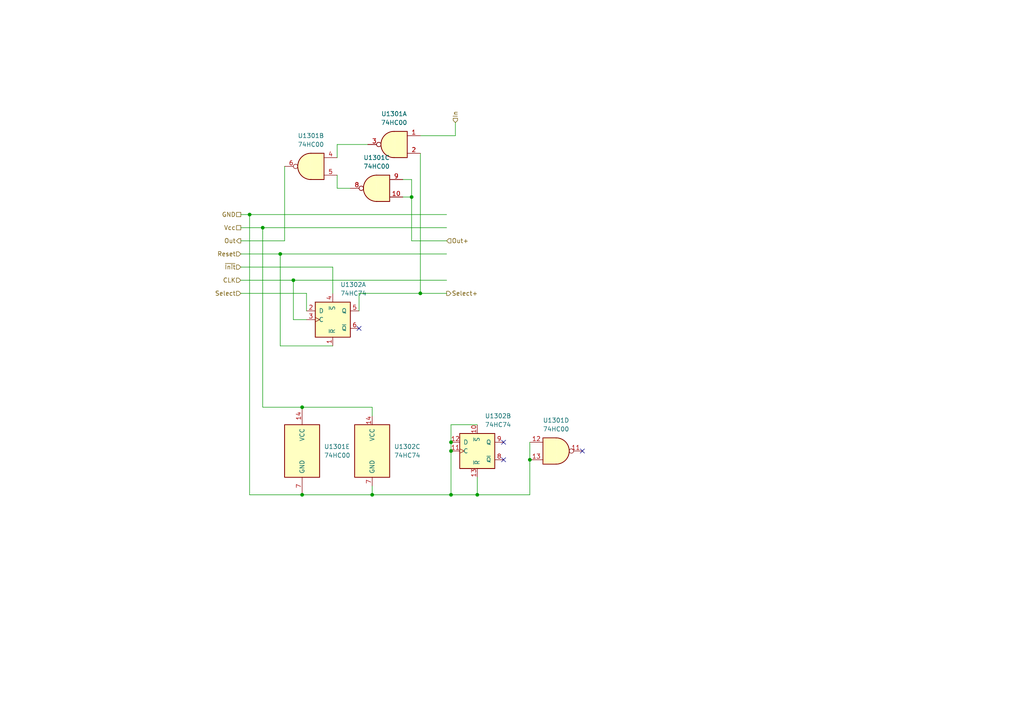
<source format=kicad_sch>
(kicad_sch (version 20231120) (generator "eeschema") (generator_version "8.0")
  (paper "A4")
  (title_block (title "SelectorDaisy") (comment 1 "When daisy chained, each selected outputs are accumlated by OR.") (comment 2 "CLK to update selection.") (comment 3 "Outputs input if selected."))
  (lib_symbols
    (symbol "74xx:74HC00" (pin_names (offset 1.016))
      (property "Reference" "U" (at 0 1.27 0))
      (property "Value" "74HC00" (at 0 -1.27 0))
      (symbol "74HC00_1_1"
        (arc (start 0 -3.81) (mid 3.7934 0) (end 0 3.81) (stroke (width 0.254)) (fill (type background)))
        (polyline (pts (xy 0 3.81) (xy -3.81 3.81) (xy -3.81 -3.81) (xy 0 -3.81)) (stroke (width 0.254)) (fill (type background)))
        (pin input line (at -7.62 2.54 0) (length 3.81) (name "~") (number "1"))
        (pin input line (at -7.62 -2.54 0) (length 3.81) (name "~") (number "2"))
        (pin output inverted (at 7.62 0 180) (length 3.81) (name "~") (number "3"))
      )
      (symbol "74HC00_1_2"
        (arc (start -3.81 -3.81) (mid -2.589 0) (end -3.81 3.81) (stroke (width 0.254)))
        (arc (start -0.6096 -3.81) (mid 2.1842 -2.5851) (end 3.81 0) (stroke (width 0.254)) (fill (type background)))
        (polyline (pts (xy -3.81 -3.81) (xy -0.635 -3.81)) (stroke (width 0.254)) (fill (type background)))
        (polyline (pts (xy -3.81 3.81) (xy -0.635 3.81)) (stroke (width 0.254)) (fill (type background)))
        (polyline (pts (xy -0.635 3.81) (xy -3.81 3.81) (xy -3.81 3.81) (xy -3.556 3.4036) (xy -3.0226 2.2606) (xy -2.6924 1.0414) (xy -2.6162 -0.254) (xy -2.7686 -1.4986) (xy -3.175 -2.7178) (xy -3.81 -3.81) (xy -3.81 -3.81) (xy -0.635 -3.81)) (stroke (width -25.4)) (fill (type background)))
        (arc (start 3.81 0) (mid 2.1915 2.5936) (end -0.6096 3.81) (stroke (width 0.254)) (fill (type background)))
        (pin input inverted (at -7.62 2.54 0) (length 4.318) (name "~") (number "1"))
        (pin input inverted (at -7.62 -2.54 0) (length 4.318) (name "~") (number "2"))
        (pin output line (at 7.62 0 180) (length 3.81) (name "~") (number "3"))
      )
      (symbol "74HC00_2_1"
        (arc (start 0 -3.81) (mid 3.7934 0) (end 0 3.81) (stroke (width 0.254)) (fill (type background)))
        (polyline (pts (xy 0 3.81) (xy -3.81 3.81) (xy -3.81 -3.81) (xy 0 -3.81)) (stroke (width 0.254)) (fill (type background)))
        (pin input line (at -7.62 2.54 0) (length 3.81) (name "~") (number "4"))
        (pin input line (at -7.62 -2.54 0) (length 3.81) (name "~") (number "5"))
        (pin output inverted (at 7.62 0 180) (length 3.81) (name "~") (number "6"))
      )
      (symbol "74HC00_2_2"
        (arc (start -3.81 -3.81) (mid -2.589 0) (end -3.81 3.81) (stroke (width 0.254)))
        (arc (start -0.6096 -3.81) (mid 2.1842 -2.5851) (end 3.81 0) (stroke (width 0.254)) (fill (type background)))
        (polyline (pts (xy -3.81 -3.81) (xy -0.635 -3.81)) (stroke (width 0.254)) (fill (type background)))
        (polyline (pts (xy -3.81 3.81) (xy -0.635 3.81)) (stroke (width 0.254)) (fill (type background)))
        (polyline (pts (xy -0.635 3.81) (xy -3.81 3.81) (xy -3.81 3.81) (xy -3.556 3.4036) (xy -3.0226 2.2606) (xy -2.6924 1.0414) (xy -2.6162 -0.254) (xy -2.7686 -1.4986) (xy -3.175 -2.7178) (xy -3.81 -3.81) (xy -3.81 -3.81) (xy -0.635 -3.81)) (stroke (width -25.4)) (fill (type background)))
        (arc (start 3.81 0) (mid 2.1915 2.5936) (end -0.6096 3.81) (stroke (width 0.254)) (fill (type background)))
        (pin input inverted (at -7.62 2.54 0) (length 4.318) (name "~") (number "4"))
        (pin input inverted (at -7.62 -2.54 0) (length 4.318) (name "~") (number "5"))
        (pin output line (at 7.62 0 180) (length 3.81) (name "~") (number "6"))
      )
      (symbol "74HC00_3_1"
        (arc (start 0 -3.81) (mid 3.7934 0) (end 0 3.81) (stroke (width 0.254)) (fill (type background)))
        (polyline (pts (xy 0 3.81) (xy -3.81 3.81) (xy -3.81 -3.81) (xy 0 -3.81)) (stroke (width 0.254)) (fill (type background)))
        (pin input line (at -7.62 -2.54 0) (length 3.81) (name "~") (number "10"))
        (pin output inverted (at 7.62 0 180) (length 3.81) (name "~") (number "8"))
        (pin input line (at -7.62 2.54 0) (length 3.81) (name "~") (number "9"))
      )
      (symbol "74HC00_3_2"
        (arc (start -3.81 -3.81) (mid -2.589 0) (end -3.81 3.81) (stroke (width 0.254)))
        (arc (start -0.6096 -3.81) (mid 2.1842 -2.5851) (end 3.81 0) (stroke (width 0.254)) (fill (type background)))
        (polyline (pts (xy -3.81 -3.81) (xy -0.635 -3.81)) (stroke (width 0.254)) (fill (type background)))
        (polyline (pts (xy -3.81 3.81) (xy -0.635 3.81)) (stroke (width 0.254)) (fill (type background)))
        (polyline (pts (xy -0.635 3.81) (xy -3.81 3.81) (xy -3.81 3.81) (xy -3.556 3.4036) (xy -3.0226 2.2606) (xy -2.6924 1.0414) (xy -2.6162 -0.254) (xy -2.7686 -1.4986) (xy -3.175 -2.7178) (xy -3.81 -3.81) (xy -3.81 -3.81) (xy -0.635 -3.81)) (stroke (width -25.4)) (fill (type background)))
        (arc (start 3.81 0) (mid 2.1915 2.5936) (end -0.6096 3.81) (stroke (width 0.254)) (fill (type background)))
        (pin input inverted (at -7.62 -2.54 0) (length 4.318) (name "~") (number "10"))
        (pin output line (at 7.62 0 180) (length 3.81) (name "~") (number "8"))
        (pin input inverted (at -7.62 2.54 0) (length 4.318) (name "~") (number "9"))
      )
      (symbol "74HC00_4_1"
        (arc (start 0 -3.81) (mid 3.7934 0) (end 0 3.81) (stroke (width 0.254)) (fill (type background)))
        (polyline (pts (xy 0 3.81) (xy -3.81 3.81) (xy -3.81 -3.81) (xy 0 -3.81)) (stroke (width 0.254)) (fill (type background)))
        (pin output inverted (at 7.62 0 180) (length 3.81) (name "~") (number "11"))
        (pin input line (at -7.62 2.54 0) (length 3.81) (name "~") (number "12"))
        (pin input line (at -7.62 -2.54 0) (length 3.81) (name "~") (number "13"))
      )
      (symbol "74HC00_4_2"
        (arc (start -3.81 -3.81) (mid -2.589 0) (end -3.81 3.81) (stroke (width 0.254)))
        (arc (start -0.6096 -3.81) (mid 2.1842 -2.5851) (end 3.81 0) (stroke (width 0.254)) (fill (type background)))
        (polyline (pts (xy -3.81 -3.81) (xy -0.635 -3.81)) (stroke (width 0.254)) (fill (type background)))
        (polyline (pts (xy -3.81 3.81) (xy -0.635 3.81)) (stroke (width 0.254)) (fill (type background)))
        (polyline (pts (xy -0.635 3.81) (xy -3.81 3.81) (xy -3.81 3.81) (xy -3.556 3.4036) (xy -3.0226 2.2606) (xy -2.6924 1.0414) (xy -2.6162 -0.254) (xy -2.7686 -1.4986) (xy -3.175 -2.7178) (xy -3.81 -3.81) (xy -3.81 -3.81) (xy -0.635 -3.81)) (stroke (width -25.4)) (fill (type background)))
        (arc (start 3.81 0) (mid 2.1915 2.5936) (end -0.6096 3.81) (stroke (width 0.254)) (fill (type background)))
        (pin output line (at 7.62 0 180) (length 3.81) (name "~") (number "11"))
        (pin input inverted (at -7.62 2.54 0) (length 4.318) (name "~") (number "12"))
        (pin input inverted (at -7.62 -2.54 0) (length 4.318) (name "~") (number "13"))
      )
      (symbol "74HC00_5_0"
        (pin power_in line (at 0 12.7 270) (length 5.08) (name "VCC") (number "14"))
        (pin power_in line (at 0 -12.7 90) (length 5.08) (name "GND") (number "7"))
      )
      (symbol "74HC00_5_1"
        (rectangle (start -5.08 7.62) (end 5.08 -7.62) (stroke (width 0.254)) (fill (type background)))
      )
    )
    (symbol "74xx:74HC74" (pin_names (offset 1.016))
      (property "Reference" "U" (at -7.62 8.89 0))
      (property "Value" "74HC74" (at -7.62 -8.89 0))
      (symbol "74HC74_1_0"
        (pin input line (at 0 -7.62 90) (length 2.54) (name "~{R}") (number "1"))
        (pin input line (at -7.62 2.54 0) (length 2.54) (name "D") (number "2"))
        (pin input clock (at -7.62 0 0) (length 2.54) (name "C") (number "3"))
        (pin input line (at 0 7.62 270) (length 2.54) (name "~{S}") (number "4"))
        (pin output line (at 7.62 2.54 180) (length 2.54) (name "Q") (number "5"))
        (pin output line (at 7.62 -2.54 180) (length 2.54) (name "~{Q}") (number "6"))
      )
      (symbol "74HC74_1_1"
        (rectangle (start -5.08 5.08) (end 5.08 -5.08) (stroke (width 0.254)) (fill (type background)))
      )
      (symbol "74HC74_2_0"
        (pin input line (at 0 7.62 270) (length 2.54) (name "~{S}") (number "10"))
        (pin input clock (at -7.62 0 0) (length 2.54) (name "C") (number "11"))
        (pin input line (at -7.62 2.54 0) (length 2.54) (name "D") (number "12"))
        (pin input line (at 0 -7.62 90) (length 2.54) (name "~{R}") (number "13"))
        (pin output line (at 7.62 -2.54 180) (length 2.54) (name "~{Q}") (number "8"))
        (pin output line (at 7.62 2.54 180) (length 2.54) (name "Q") (number "9"))
      )
      (symbol "74HC74_2_1"
        (rectangle (start -5.08 5.08) (end 5.08 -5.08) (stroke (width 0.254)) (fill (type background)))
      )
      (symbol "74HC74_3_0"
        (pin power_in line (at 0 10.16 270) (length 2.54) (name "VCC") (number "14"))
        (pin power_in line (at 0 -10.16 90) (length 2.54) (name "GND") (number "7"))
      )
      (symbol "74HC74_3_1"
        (rectangle (start -5.08 7.62) (end 5.08 -7.62) (stroke (width 0.254)) (fill (type background)))
      )
    )
  )
  (junction (at 130.81 128.27))
  (junction (at 72.39 62.23))
  (junction (at 119.38 57.15))
  (junction (at 81.28 73.66))
  (junction (at 87.63 143.51))
  (junction (at 138.43 143.51))
  (junction (at 121.92 85.09))
  (junction (at 76.2 66.04))
  (junction (at 130.81 143.51))
  (junction (at 130.81 130.81))
  (junction (at 87.63 118.11))
  (junction (at 85.09 81.28))
  (junction (at 107.95 143.51))
  (junction (at 153.67 133.35))
  (no_connect (at 104.14 95.25))
  (no_connect (at 168.91 130.81))
  (no_connect (at 146.05 128.27))
  (no_connect (at 146.05 133.35))
  (wire (pts (xy 119.38 57.15) (xy 119.38 69.85)))
  (wire (pts (xy 97.79 54.61) (xy 101.6 54.61)))
  (wire (pts (xy 121.92 39.37) (xy 132.08 39.37)))
  (wire (pts (xy 97.79 41.91) (xy 97.79 45.72)))
  (wire (pts (xy 69.85 73.66) (xy 81.28 73.66)))
  (wire (pts (xy 130.81 143.51) (xy 107.95 143.51)))
  (wire (pts (xy 107.95 120.65) (xy 107.95 118.11)))
  (wire (pts (xy 104.14 85.09) (xy 104.14 90.17)))
  (wire (pts (xy 85.09 81.28) (xy 129.54 81.28)))
  (wire (pts (xy 130.81 143.51) (xy 138.43 143.51)))
  (wire (pts (xy 132.08 39.37) (xy 132.08 35.56)))
  (wire (pts (xy 69.85 81.28) (xy 85.09 81.28)))
  (wire (pts (xy 88.9 85.09) (xy 88.9 90.17)))
  (wire (pts (xy 72.39 62.23) (xy 129.54 62.23)))
  (wire (pts (xy 72.39 143.51) (xy 87.63 143.51)))
  (wire (pts (xy 76.2 66.04) (xy 129.54 66.04)))
  (wire (pts (xy 138.43 123.19) (xy 130.81 123.19)))
  (wire (pts (xy 85.09 81.28) (xy 85.09 92.71)))
  (wire (pts (xy 87.63 118.11) (xy 107.95 118.11)))
  (wire (pts (xy 138.43 138.43) (xy 138.43 143.51)))
  (wire (pts (xy 87.63 143.51) (xy 107.95 143.51)))
  (wire (pts (xy 130.81 130.81) (xy 130.81 143.51)))
  (wire (pts (xy 76.2 118.11) (xy 76.2 66.04)))
  (wire (pts (xy 106.68 41.91) (xy 97.79 41.91)))
  (wire (pts (xy 96.52 100.33) (xy 81.28 100.33)))
  (wire (pts (xy 116.84 52.07) (xy 119.38 52.07)))
  (wire (pts (xy 121.92 85.09) (xy 104.14 85.09)))
  (wire (pts (xy 82.55 48.26) (xy 82.55 69.85)))
  (wire (pts (xy 153.67 143.51) (xy 153.67 133.35)))
  (wire (pts (xy 69.85 85.09) (xy 88.9 85.09)))
  (wire (pts (xy 69.85 62.23) (xy 72.39 62.23)))
  (wire (pts (xy 88.9 92.71) (xy 85.09 92.71)))
  (wire (pts (xy 119.38 52.07) (xy 119.38 57.15)))
  (wire (pts (xy 97.79 50.8) (xy 97.79 54.61)))
  (wire (pts (xy 121.92 44.45) (xy 121.92 85.09)))
  (wire (pts (xy 119.38 69.85) (xy 129.54 69.85)))
  (wire (pts (xy 116.84 57.15) (xy 119.38 57.15)))
  (wire (pts (xy 69.85 77.47) (xy 96.52 77.47)))
  (wire (pts (xy 76.2 118.11) (xy 87.63 118.11)))
  (wire (pts (xy 130.81 123.19) (xy 130.81 128.27)))
  (wire (pts (xy 121.92 85.09) (xy 129.54 85.09)))
  (wire (pts (xy 153.67 133.35) (xy 153.67 128.27)))
  (wire (pts (xy 138.43 143.51) (xy 153.67 143.51)))
  (wire (pts (xy 130.81 128.27) (xy 130.81 130.81)))
  (wire (pts (xy 107.95 143.51) (xy 107.95 140.97)))
  (wire (pts (xy 72.39 62.23) (xy 72.39 143.51)))
  (wire (pts (xy 81.28 73.66) (xy 129.54 73.66)))
  (wire (pts (xy 81.28 73.66) (xy 81.28 100.33)))
  (wire (pts (xy 69.85 69.85) (xy 82.55 69.85)))
  (wire (pts (xy 96.52 77.47) (xy 96.52 85.09)))
  (wire (pts (xy 69.85 66.04) (xy 76.2 66.04)))
  (hierarchical_label "Out" (shape output) (at 69.85 69.85 180))
  (hierarchical_label "Reset" (shape input) (at 69.85 73.66 180))
  (hierarchical_label "In" (shape input) (at 132.08 35.56 90))
  (hierarchical_label "Select+" (shape output) (at 129.54 85.09 0))
  (hierarchical_label "CLK" (shape input) (at 69.85 81.28 180))
  (hierarchical_label "GND" (shape passive) (at 69.85 62.23 180))
  (hierarchical_label "Out+" (shape input) (at 129.54 69.85 0))
  (hierarchical_label "~{Init}" (shape input) (at 69.85 77.47 180))
  (hierarchical_label "Select" (shape input) (at 69.85 85.09 180))
  (hierarchical_label "Vcc" (shape passive) (at 69.85 66.04 180))
  (symbol (lib_id "74xx:74HC00") (at 87.63 130.81 0) (unit 5)
    (property "Reference" "U1301" (at 93.98 129.5399 0) (effects (justify left)))
    (property "Value" "74HC00" (at 93.98 132.0799 0) (effects (justify left)))
    (property "Footprint" "Package_DFN_QFN:WQFN-14-1EP_2.5x2.5mm_P0.5mm_EP1.45x1.45mm" (effects (hide yes)))
    (property "Datasheet" "http://www.ti.com/lit/gpn/sn74hc00" (effects (hide yes)))
    (property "Description" "quad 2-input NAND gate" (effects (hide yes)))
    (instances (project "KeyboardBase" (path "" (reference "U1301") (unit 5)) (path "" (reference "U901") (unit 5)) (path "" (reference "U1101") (unit 5)) (path "" (reference "U1501") (unit 5)) (path "" (reference "U301") (unit 5)) (path "" (reference "U701") (unit 5)) (path "" (reference "U501") (unit 5))))
  )
  (symbol (lib_id "74xx:74HC74") (at 107.95 130.81 0) (unit 3)
    (property "Reference" "U1302" (at 114.3 129.5399 0) (effects (justify left)))
    (property "Value" "74HC74" (at 114.3 132.0799 0) (effects (justify left)))
    (property "Footprint" "Package_DFN_QFN:WQFN-14-1EP_2.5x2.5mm_P0.5mm_EP1.45x1.45mm" (effects (hide yes)))
    (property "Datasheet" "74xx/74hc_hct74.pdf" (effects (hide yes)))
    (property "Description" "Dual D Flip-flop, Set & Reset" (effects (hide yes)))
    (instances (project "KeyboardBase" (path "" (reference "U1302") (unit 3)) (path "" (reference "U902") (unit 3)) (path "" (reference "U1102") (unit 3)) (path "" (reference "U1502") (unit 3)) (path "" (reference "U302") (unit 3)) (path "" (reference "U702") (unit 3)) (path "" (reference "U502") (unit 3))))
  )
  (symbol (lib_id "74xx:74HC00") (at 114.3 41.91 0) (mirror y) (unit 1)
    (property "Reference" "U1301" (at 114.3083 33.02 0))
    (property "Value" "74HC00" (at 114.3083 35.56 0))
    (property "Footprint" "Package_DFN_QFN:WQFN-14-1EP_2.5x2.5mm_P0.5mm_EP1.45x1.45mm" (effects (hide yes)))
    (property "Datasheet" "http://www.ti.com/lit/gpn/sn74hc00" (effects (hide yes)))
    (property "Description" "quad 2-input NAND gate" (effects (hide yes)))
    (instances (project "KeyboardBase" (path "" (reference "U1301") (unit 1)) (path "" (reference "U901") (unit 1)) (path "" (reference "U1101") (unit 1)) (path "" (reference "U1501") (unit 1)) (path "" (reference "U301") (unit 1)) (path "" (reference "U701") (unit 1)) (path "" (reference "U501") (unit 1))))
  )
  (symbol (lib_id "74xx:74HC74") (at 96.52 92.71 0) (unit 1)
    (property "Reference" "U1302" (at 98.7141 82.55 0) (effects (justify left)))
    (property "Value" "74HC74" (at 98.7141 85.09 0) (effects (justify left)))
    (property "Footprint" "Package_DFN_QFN:WQFN-14-1EP_2.5x2.5mm_P0.5mm_EP1.45x1.45mm" (effects (hide yes)))
    (property "Datasheet" "74xx/74hc_hct74.pdf" (effects (hide yes)))
    (property "Description" "Dual D Flip-flop, Set & Reset" (effects (hide yes)))
    (instances (project "KeyboardBase" (path "" (reference "U1302") (unit 1)) (path "" (reference "U902") (unit 1)) (path "" (reference "U1102") (unit 1)) (path "" (reference "U1502") (unit 1)) (path "" (reference "U302") (unit 1)) (path "" (reference "U702") (unit 1)) (path "" (reference "U502") (unit 1))))
  )
  (symbol (lib_id "74xx:74HC00") (at 161.29 130.81 0) (unit 4)
    (property "Reference" "U1301" (at 161.2817 121.92 0))
    (property "Value" "74HC00" (at 161.2817 124.46 0))
    (property "Footprint" "Package_DFN_QFN:WQFN-14-1EP_2.5x2.5mm_P0.5mm_EP1.45x1.45mm" (effects (hide yes)))
    (property "Datasheet" "http://www.ti.com/lit/gpn/sn74hc00" (effects (hide yes)))
    (property "Description" "quad 2-input NAND gate" (effects (hide yes)))
    (instances (project "KeyboardBase" (path "" (reference "U1301") (unit 4)) (path "" (reference "U901") (unit 4)) (path "" (reference "U1101") (unit 4)) (path "" (reference "U1501") (unit 4)) (path "" (reference "U301") (unit 4)) (path "" (reference "U701") (unit 4)) (path "" (reference "U501") (unit 4))))
  )
  (symbol (lib_id "74xx:74HC74") (at 138.43 130.81 0) (unit 2)
    (property "Reference" "U1302" (at 140.6241 120.65 0) (effects (justify left)))
    (property "Value" "74HC74" (at 140.6241 123.19 0) (effects (justify left)))
    (property "Footprint" "Package_DFN_QFN:WQFN-14-1EP_2.5x2.5mm_P0.5mm_EP1.45x1.45mm" (effects (hide yes)))
    (property "Datasheet" "74xx/74hc_hct74.pdf" (effects (hide yes)))
    (property "Description" "Dual D Flip-flop, Set & Reset" (effects (hide yes)))
    (instances (project "KeyboardBase" (path "" (reference "U1302") (unit 2)) (path "" (reference "U902") (unit 2)) (path "" (reference "U1102") (unit 2)) (path "" (reference "U1502") (unit 2)) (path "" (reference "U302") (unit 2)) (path "" (reference "U702") (unit 2)) (path "" (reference "U502") (unit 2))))
  )
  (symbol (lib_id "74xx:74HC00") (at 109.22 54.61 0) (mirror y) (unit 3)
    (property "Reference" "U1301" (at 109.2283 45.72 0))
    (property "Value" "74HC00" (at 109.2283 48.26 0))
    (property "Footprint" "Package_DFN_QFN:WQFN-14-1EP_2.5x2.5mm_P0.5mm_EP1.45x1.45mm" (effects (hide yes)))
    (property "Datasheet" "http://www.ti.com/lit/gpn/sn74hc00" (effects (hide yes)))
    (property "Description" "quad 2-input NAND gate" (effects (hide yes)))
    (instances (project "KeyboardBase" (path "" (reference "U1301") (unit 3)) (path "" (reference "U901") (unit 3)) (path "" (reference "U1101") (unit 3)) (path "" (reference "U1501") (unit 3)) (path "" (reference "U301") (unit 3)) (path "" (reference "U701") (unit 3)) (path "" (reference "U501") (unit 3))))
  )
  (symbol (lib_id "74xx:74HC00") (at 90.17 48.26 0) (mirror y) (unit 2)
    (property "Reference" "U1301" (at 90.1783 39.37 0))
    (property "Value" "74HC00" (at 90.1783 41.91 0))
    (property "Footprint" "Package_DFN_QFN:WQFN-14-1EP_2.5x2.5mm_P0.5mm_EP1.45x1.45mm" (effects (hide yes)))
    (property "Datasheet" "http://www.ti.com/lit/gpn/sn74hc00" (effects (hide yes)))
    (property "Description" "quad 2-input NAND gate" (effects (hide yes)))
    (instances (project "KeyboardBase" (path "" (reference "U1301") (unit 2)) (path "" (reference "U901") (unit 2)) (path "" (reference "U1101") (unit 2)) (path "" (reference "U1501") (unit 2)) (path "" (reference "U301") (unit 2)) (path "" (reference "U701") (unit 2)) (path "" (reference "U501") (unit 2))))
  )
)
</source>
